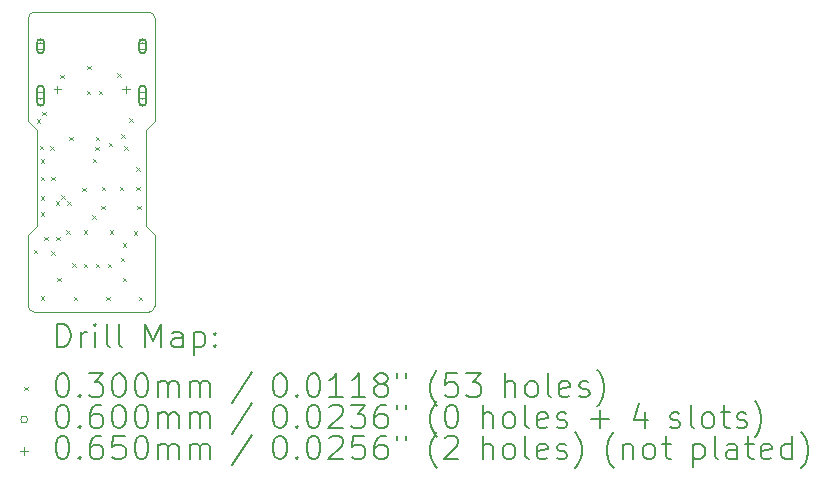
<source format=gbr>
%TF.GenerationSoftware,KiCad,Pcbnew,(7.0.0)*%
%TF.CreationDate,2023-06-07T22:19:07+08:00*%
%TF.ProjectId,USB2UART,55534232-5541-4525-942e-6b696361645f,rev?*%
%TF.SameCoordinates,Original*%
%TF.FileFunction,Drillmap*%
%TF.FilePolarity,Positive*%
%FSLAX45Y45*%
G04 Gerber Fmt 4.5, Leading zero omitted, Abs format (unit mm)*
G04 Created by KiCad (PCBNEW (7.0.0)) date 2023-06-07 22:19:07*
%MOMM*%
%LPD*%
G01*
G04 APERTURE LIST*
%ADD10C,0.100000*%
%ADD11C,0.200000*%
%ADD12C,0.030000*%
%ADD13C,0.060000*%
%ADD14C,0.065000*%
G04 APERTURE END LIST*
D10*
X13855000Y-7270000D02*
G75*
G03*
X13805000Y-7320000I0J-50000D01*
G01*
X14825000Y-9810000D02*
G75*
G03*
X14875000Y-9760000I0J50000D01*
G01*
X13880000Y-8267500D02*
X13880000Y-9080000D01*
X13805000Y-9760000D02*
G75*
G03*
X13855000Y-9810000I50000J0D01*
G01*
X13805000Y-8192500D02*
X13880000Y-8267500D01*
X13805000Y-9155000D02*
X13805000Y-9760000D01*
X14875000Y-7320000D02*
G75*
G03*
X14825000Y-7270000I-50000J0D01*
G01*
X14875000Y-9155000D02*
X14800000Y-9080000D01*
X14875000Y-9155000D02*
X14875000Y-9760000D01*
X13880000Y-9080000D02*
X13805000Y-9155000D01*
X14875000Y-7320000D02*
X14875000Y-8195000D01*
X14875000Y-8195000D02*
X14800000Y-8270000D01*
X13805000Y-7320000D02*
X13805000Y-8192500D01*
X14800000Y-8270000D02*
X14800000Y-9080000D01*
X13855000Y-9810000D02*
X14825000Y-9810000D01*
X13855000Y-7270000D02*
X14825000Y-7270000D01*
D11*
D12*
X13850000Y-9280000D02*
X13880000Y-9310000D01*
X13880000Y-9280000D02*
X13850000Y-9310000D01*
X13875000Y-8175000D02*
X13905000Y-8205000D01*
X13905000Y-8175000D02*
X13875000Y-8205000D01*
X13900000Y-8400000D02*
X13930000Y-8430000D01*
X13930000Y-8400000D02*
X13900000Y-8430000D01*
X13910000Y-8515000D02*
X13940000Y-8545000D01*
X13940000Y-8515000D02*
X13910000Y-8545000D01*
X13910000Y-8665000D02*
X13940000Y-8695000D01*
X13940000Y-8665000D02*
X13910000Y-8695000D01*
X13910000Y-8830000D02*
X13940000Y-8860000D01*
X13940000Y-8830000D02*
X13910000Y-8860000D01*
X13910000Y-8965000D02*
X13940000Y-8995000D01*
X13940000Y-8965000D02*
X13910000Y-8995000D01*
X13910000Y-9675000D02*
X13940000Y-9705000D01*
X13940000Y-9675000D02*
X13910000Y-9705000D01*
X13920000Y-8115000D02*
X13950000Y-8145000D01*
X13950000Y-8115000D02*
X13920000Y-8145000D01*
X13940000Y-9170000D02*
X13970000Y-9200000D01*
X13970000Y-9170000D02*
X13940000Y-9200000D01*
X13990000Y-8405000D02*
X14020000Y-8435000D01*
X14020000Y-8405000D02*
X13990000Y-8435000D01*
X14000000Y-8665000D02*
X14030000Y-8695000D01*
X14030000Y-8665000D02*
X14000000Y-8695000D01*
X14000000Y-9295000D02*
X14030000Y-9325000D01*
X14030000Y-9295000D02*
X14000000Y-9325000D01*
X14035000Y-8871795D02*
X14065000Y-8901795D01*
X14065000Y-8871795D02*
X14035000Y-8901795D01*
X14040000Y-9170000D02*
X14070000Y-9200000D01*
X14070000Y-9170000D02*
X14040000Y-9200000D01*
X14050000Y-9520000D02*
X14080000Y-9550000D01*
X14080000Y-9520000D02*
X14050000Y-9550000D01*
X14075000Y-7800000D02*
X14105000Y-7830000D01*
X14105000Y-7800000D02*
X14075000Y-7830000D01*
X14085000Y-8820000D02*
X14115000Y-8850000D01*
X14115000Y-8820000D02*
X14085000Y-8850000D01*
X14125000Y-9115000D02*
X14155000Y-9145000D01*
X14155000Y-9115000D02*
X14125000Y-9145000D01*
X14135000Y-8871795D02*
X14165000Y-8901795D01*
X14165000Y-8871795D02*
X14135000Y-8901795D01*
X14150000Y-8325000D02*
X14180000Y-8355000D01*
X14180000Y-8325000D02*
X14150000Y-8355000D01*
X14175000Y-9395000D02*
X14205000Y-9425000D01*
X14205000Y-9395000D02*
X14175000Y-9425000D01*
X14190000Y-9680000D02*
X14220000Y-9710000D01*
X14220000Y-9680000D02*
X14190000Y-9710000D01*
X14260000Y-8755000D02*
X14290000Y-8785000D01*
X14290000Y-8755000D02*
X14260000Y-8785000D01*
X14275000Y-9115000D02*
X14305000Y-9145000D01*
X14305000Y-9115000D02*
X14275000Y-9145000D01*
X14275000Y-9400000D02*
X14305000Y-9430000D01*
X14305000Y-9400000D02*
X14275000Y-9430000D01*
X14300000Y-7935000D02*
X14330000Y-7965000D01*
X14330000Y-7935000D02*
X14300000Y-7965000D01*
X14305000Y-7725000D02*
X14335000Y-7755000D01*
X14335000Y-7725000D02*
X14305000Y-7755000D01*
X14345000Y-8990000D02*
X14375000Y-9020000D01*
X14375000Y-8990000D02*
X14345000Y-9020000D01*
X14350000Y-8510000D02*
X14380000Y-8540000D01*
X14380000Y-8510000D02*
X14350000Y-8540000D01*
X14370000Y-8410000D02*
X14400000Y-8440000D01*
X14400000Y-8410000D02*
X14370000Y-8440000D01*
X14375000Y-8325000D02*
X14405000Y-8355000D01*
X14405000Y-8325000D02*
X14375000Y-8355000D01*
X14375000Y-9400000D02*
X14405000Y-9430000D01*
X14405000Y-9400000D02*
X14375000Y-9430000D01*
X14400000Y-7935000D02*
X14430000Y-7965000D01*
X14430000Y-7935000D02*
X14400000Y-7965000D01*
X14420000Y-8910000D02*
X14450000Y-8940000D01*
X14450000Y-8910000D02*
X14420000Y-8940000D01*
X14425000Y-8750000D02*
X14455000Y-8780000D01*
X14455000Y-8750000D02*
X14425000Y-8780000D01*
X14465000Y-9680000D02*
X14495000Y-9710000D01*
X14495000Y-9680000D02*
X14465000Y-9710000D01*
X14475000Y-9400000D02*
X14505000Y-9430000D01*
X14505000Y-9400000D02*
X14475000Y-9430000D01*
X14485000Y-8375000D02*
X14515000Y-8405000D01*
X14515000Y-8375000D02*
X14485000Y-8405000D01*
X14495000Y-9115000D02*
X14525000Y-9145000D01*
X14525000Y-9115000D02*
X14495000Y-9145000D01*
X14555000Y-7785000D02*
X14585000Y-7815000D01*
X14585000Y-7785000D02*
X14555000Y-7815000D01*
X14580000Y-8750000D02*
X14610000Y-8780000D01*
X14610000Y-8750000D02*
X14580000Y-8780000D01*
X14585000Y-9350000D02*
X14615000Y-9380000D01*
X14615000Y-9350000D02*
X14585000Y-9380000D01*
X14590000Y-8305000D02*
X14620000Y-8335000D01*
X14620000Y-8305000D02*
X14590000Y-8335000D01*
X14605000Y-9225000D02*
X14635000Y-9255000D01*
X14635000Y-9225000D02*
X14605000Y-9255000D01*
X14605000Y-9520000D02*
X14635000Y-9550000D01*
X14635000Y-9520000D02*
X14605000Y-9550000D01*
X14615000Y-8405000D02*
X14645000Y-8435000D01*
X14645000Y-8405000D02*
X14615000Y-8435000D01*
X14660000Y-8170000D02*
X14690000Y-8200000D01*
X14690000Y-8170000D02*
X14660000Y-8200000D01*
X14695000Y-9125000D02*
X14725000Y-9155000D01*
X14725000Y-9125000D02*
X14695000Y-9155000D01*
X14720000Y-8585000D02*
X14750000Y-8615000D01*
X14750000Y-8585000D02*
X14720000Y-8615000D01*
X14720000Y-8750000D02*
X14750000Y-8780000D01*
X14750000Y-8750000D02*
X14720000Y-8780000D01*
X14725000Y-8910000D02*
X14755000Y-8940000D01*
X14755000Y-8910000D02*
X14725000Y-8940000D01*
X14740000Y-9680000D02*
X14770000Y-9710000D01*
X14770000Y-9680000D02*
X14740000Y-9710000D01*
D13*
X13938000Y-7559000D02*
G75*
G03*
X13938000Y-7559000I-30000J0D01*
G01*
D11*
X13938000Y-7589000D02*
X13938000Y-7529000D01*
X13938000Y-7529000D02*
G75*
G03*
X13878000Y-7529000I-30000J0D01*
G01*
X13878000Y-7529000D02*
X13878000Y-7589000D01*
X13878000Y-7589000D02*
G75*
G03*
X13938000Y-7589000I30000J0D01*
G01*
D13*
X13938000Y-7977000D02*
G75*
G03*
X13938000Y-7977000I-30000J0D01*
G01*
D11*
X13938000Y-8032000D02*
X13938000Y-7922000D01*
X13938000Y-7922000D02*
G75*
G03*
X13878000Y-7922000I-30000J0D01*
G01*
X13878000Y-7922000D02*
X13878000Y-8032000D01*
X13878000Y-8032000D02*
G75*
G03*
X13938000Y-8032000I30000J0D01*
G01*
D13*
X14802000Y-7559000D02*
G75*
G03*
X14802000Y-7559000I-30000J0D01*
G01*
D11*
X14802000Y-7589000D02*
X14802000Y-7529000D01*
X14802000Y-7529000D02*
G75*
G03*
X14742000Y-7529000I-30000J0D01*
G01*
X14742000Y-7529000D02*
X14742000Y-7589000D01*
X14742000Y-7589000D02*
G75*
G03*
X14802000Y-7589000I30000J0D01*
G01*
D13*
X14802000Y-7977000D02*
G75*
G03*
X14802000Y-7977000I-30000J0D01*
G01*
D11*
X14802000Y-8032000D02*
X14802000Y-7922000D01*
X14802000Y-7922000D02*
G75*
G03*
X14742000Y-7922000I-30000J0D01*
G01*
X14742000Y-7922000D02*
X14742000Y-8032000D01*
X14742000Y-8032000D02*
G75*
G03*
X14802000Y-8032000I30000J0D01*
G01*
D14*
X14051000Y-7891500D02*
X14051000Y-7956500D01*
X14018500Y-7924000D02*
X14083500Y-7924000D01*
X14629000Y-7891500D02*
X14629000Y-7956500D01*
X14596500Y-7924000D02*
X14661500Y-7924000D01*
D11*
X14047619Y-10108476D02*
X14047619Y-9908476D01*
X14047619Y-9908476D02*
X14095238Y-9908476D01*
X14095238Y-9908476D02*
X14123809Y-9918000D01*
X14123809Y-9918000D02*
X14142857Y-9937048D01*
X14142857Y-9937048D02*
X14152381Y-9956095D01*
X14152381Y-9956095D02*
X14161905Y-9994190D01*
X14161905Y-9994190D02*
X14161905Y-10022762D01*
X14161905Y-10022762D02*
X14152381Y-10060857D01*
X14152381Y-10060857D02*
X14142857Y-10079905D01*
X14142857Y-10079905D02*
X14123809Y-10098952D01*
X14123809Y-10098952D02*
X14095238Y-10108476D01*
X14095238Y-10108476D02*
X14047619Y-10108476D01*
X14247619Y-10108476D02*
X14247619Y-9975143D01*
X14247619Y-10013238D02*
X14257143Y-9994190D01*
X14257143Y-9994190D02*
X14266667Y-9984667D01*
X14266667Y-9984667D02*
X14285714Y-9975143D01*
X14285714Y-9975143D02*
X14304762Y-9975143D01*
X14371428Y-10108476D02*
X14371428Y-9975143D01*
X14371428Y-9908476D02*
X14361905Y-9918000D01*
X14361905Y-9918000D02*
X14371428Y-9927524D01*
X14371428Y-9927524D02*
X14380952Y-9918000D01*
X14380952Y-9918000D02*
X14371428Y-9908476D01*
X14371428Y-9908476D02*
X14371428Y-9927524D01*
X14495238Y-10108476D02*
X14476190Y-10098952D01*
X14476190Y-10098952D02*
X14466667Y-10079905D01*
X14466667Y-10079905D02*
X14466667Y-9908476D01*
X14600000Y-10108476D02*
X14580952Y-10098952D01*
X14580952Y-10098952D02*
X14571428Y-10079905D01*
X14571428Y-10079905D02*
X14571428Y-9908476D01*
X14796190Y-10108476D02*
X14796190Y-9908476D01*
X14796190Y-9908476D02*
X14862857Y-10051333D01*
X14862857Y-10051333D02*
X14929524Y-9908476D01*
X14929524Y-9908476D02*
X14929524Y-10108476D01*
X15110476Y-10108476D02*
X15110476Y-10003714D01*
X15110476Y-10003714D02*
X15100952Y-9984667D01*
X15100952Y-9984667D02*
X15081905Y-9975143D01*
X15081905Y-9975143D02*
X15043809Y-9975143D01*
X15043809Y-9975143D02*
X15024762Y-9984667D01*
X15110476Y-10098952D02*
X15091428Y-10108476D01*
X15091428Y-10108476D02*
X15043809Y-10108476D01*
X15043809Y-10108476D02*
X15024762Y-10098952D01*
X15024762Y-10098952D02*
X15015238Y-10079905D01*
X15015238Y-10079905D02*
X15015238Y-10060857D01*
X15015238Y-10060857D02*
X15024762Y-10041810D01*
X15024762Y-10041810D02*
X15043809Y-10032286D01*
X15043809Y-10032286D02*
X15091428Y-10032286D01*
X15091428Y-10032286D02*
X15110476Y-10022762D01*
X15205714Y-9975143D02*
X15205714Y-10175143D01*
X15205714Y-9984667D02*
X15224762Y-9975143D01*
X15224762Y-9975143D02*
X15262857Y-9975143D01*
X15262857Y-9975143D02*
X15281905Y-9984667D01*
X15281905Y-9984667D02*
X15291428Y-9994190D01*
X15291428Y-9994190D02*
X15300952Y-10013238D01*
X15300952Y-10013238D02*
X15300952Y-10070381D01*
X15300952Y-10070381D02*
X15291428Y-10089429D01*
X15291428Y-10089429D02*
X15281905Y-10098952D01*
X15281905Y-10098952D02*
X15262857Y-10108476D01*
X15262857Y-10108476D02*
X15224762Y-10108476D01*
X15224762Y-10108476D02*
X15205714Y-10098952D01*
X15386667Y-10089429D02*
X15396190Y-10098952D01*
X15396190Y-10098952D02*
X15386667Y-10108476D01*
X15386667Y-10108476D02*
X15377143Y-10098952D01*
X15377143Y-10098952D02*
X15386667Y-10089429D01*
X15386667Y-10089429D02*
X15386667Y-10108476D01*
X15386667Y-9984667D02*
X15396190Y-9994190D01*
X15396190Y-9994190D02*
X15386667Y-10003714D01*
X15386667Y-10003714D02*
X15377143Y-9994190D01*
X15377143Y-9994190D02*
X15386667Y-9984667D01*
X15386667Y-9984667D02*
X15386667Y-10003714D01*
D12*
X13770000Y-10440000D02*
X13800000Y-10470000D01*
X13800000Y-10440000D02*
X13770000Y-10470000D01*
D11*
X14085714Y-10328476D02*
X14104762Y-10328476D01*
X14104762Y-10328476D02*
X14123809Y-10338000D01*
X14123809Y-10338000D02*
X14133333Y-10347524D01*
X14133333Y-10347524D02*
X14142857Y-10366571D01*
X14142857Y-10366571D02*
X14152381Y-10404667D01*
X14152381Y-10404667D02*
X14152381Y-10452286D01*
X14152381Y-10452286D02*
X14142857Y-10490381D01*
X14142857Y-10490381D02*
X14133333Y-10509429D01*
X14133333Y-10509429D02*
X14123809Y-10518952D01*
X14123809Y-10518952D02*
X14104762Y-10528476D01*
X14104762Y-10528476D02*
X14085714Y-10528476D01*
X14085714Y-10528476D02*
X14066667Y-10518952D01*
X14066667Y-10518952D02*
X14057143Y-10509429D01*
X14057143Y-10509429D02*
X14047619Y-10490381D01*
X14047619Y-10490381D02*
X14038095Y-10452286D01*
X14038095Y-10452286D02*
X14038095Y-10404667D01*
X14038095Y-10404667D02*
X14047619Y-10366571D01*
X14047619Y-10366571D02*
X14057143Y-10347524D01*
X14057143Y-10347524D02*
X14066667Y-10338000D01*
X14066667Y-10338000D02*
X14085714Y-10328476D01*
X14238095Y-10509429D02*
X14247619Y-10518952D01*
X14247619Y-10518952D02*
X14238095Y-10528476D01*
X14238095Y-10528476D02*
X14228571Y-10518952D01*
X14228571Y-10518952D02*
X14238095Y-10509429D01*
X14238095Y-10509429D02*
X14238095Y-10528476D01*
X14314286Y-10328476D02*
X14438095Y-10328476D01*
X14438095Y-10328476D02*
X14371428Y-10404667D01*
X14371428Y-10404667D02*
X14400000Y-10404667D01*
X14400000Y-10404667D02*
X14419048Y-10414190D01*
X14419048Y-10414190D02*
X14428571Y-10423714D01*
X14428571Y-10423714D02*
X14438095Y-10442762D01*
X14438095Y-10442762D02*
X14438095Y-10490381D01*
X14438095Y-10490381D02*
X14428571Y-10509429D01*
X14428571Y-10509429D02*
X14419048Y-10518952D01*
X14419048Y-10518952D02*
X14400000Y-10528476D01*
X14400000Y-10528476D02*
X14342857Y-10528476D01*
X14342857Y-10528476D02*
X14323809Y-10518952D01*
X14323809Y-10518952D02*
X14314286Y-10509429D01*
X14561905Y-10328476D02*
X14580952Y-10328476D01*
X14580952Y-10328476D02*
X14600000Y-10338000D01*
X14600000Y-10338000D02*
X14609524Y-10347524D01*
X14609524Y-10347524D02*
X14619048Y-10366571D01*
X14619048Y-10366571D02*
X14628571Y-10404667D01*
X14628571Y-10404667D02*
X14628571Y-10452286D01*
X14628571Y-10452286D02*
X14619048Y-10490381D01*
X14619048Y-10490381D02*
X14609524Y-10509429D01*
X14609524Y-10509429D02*
X14600000Y-10518952D01*
X14600000Y-10518952D02*
X14580952Y-10528476D01*
X14580952Y-10528476D02*
X14561905Y-10528476D01*
X14561905Y-10528476D02*
X14542857Y-10518952D01*
X14542857Y-10518952D02*
X14533333Y-10509429D01*
X14533333Y-10509429D02*
X14523809Y-10490381D01*
X14523809Y-10490381D02*
X14514286Y-10452286D01*
X14514286Y-10452286D02*
X14514286Y-10404667D01*
X14514286Y-10404667D02*
X14523809Y-10366571D01*
X14523809Y-10366571D02*
X14533333Y-10347524D01*
X14533333Y-10347524D02*
X14542857Y-10338000D01*
X14542857Y-10338000D02*
X14561905Y-10328476D01*
X14752381Y-10328476D02*
X14771429Y-10328476D01*
X14771429Y-10328476D02*
X14790476Y-10338000D01*
X14790476Y-10338000D02*
X14800000Y-10347524D01*
X14800000Y-10347524D02*
X14809524Y-10366571D01*
X14809524Y-10366571D02*
X14819048Y-10404667D01*
X14819048Y-10404667D02*
X14819048Y-10452286D01*
X14819048Y-10452286D02*
X14809524Y-10490381D01*
X14809524Y-10490381D02*
X14800000Y-10509429D01*
X14800000Y-10509429D02*
X14790476Y-10518952D01*
X14790476Y-10518952D02*
X14771429Y-10528476D01*
X14771429Y-10528476D02*
X14752381Y-10528476D01*
X14752381Y-10528476D02*
X14733333Y-10518952D01*
X14733333Y-10518952D02*
X14723809Y-10509429D01*
X14723809Y-10509429D02*
X14714286Y-10490381D01*
X14714286Y-10490381D02*
X14704762Y-10452286D01*
X14704762Y-10452286D02*
X14704762Y-10404667D01*
X14704762Y-10404667D02*
X14714286Y-10366571D01*
X14714286Y-10366571D02*
X14723809Y-10347524D01*
X14723809Y-10347524D02*
X14733333Y-10338000D01*
X14733333Y-10338000D02*
X14752381Y-10328476D01*
X14904762Y-10528476D02*
X14904762Y-10395143D01*
X14904762Y-10414190D02*
X14914286Y-10404667D01*
X14914286Y-10404667D02*
X14933333Y-10395143D01*
X14933333Y-10395143D02*
X14961905Y-10395143D01*
X14961905Y-10395143D02*
X14980952Y-10404667D01*
X14980952Y-10404667D02*
X14990476Y-10423714D01*
X14990476Y-10423714D02*
X14990476Y-10528476D01*
X14990476Y-10423714D02*
X15000000Y-10404667D01*
X15000000Y-10404667D02*
X15019048Y-10395143D01*
X15019048Y-10395143D02*
X15047619Y-10395143D01*
X15047619Y-10395143D02*
X15066667Y-10404667D01*
X15066667Y-10404667D02*
X15076190Y-10423714D01*
X15076190Y-10423714D02*
X15076190Y-10528476D01*
X15171429Y-10528476D02*
X15171429Y-10395143D01*
X15171429Y-10414190D02*
X15180952Y-10404667D01*
X15180952Y-10404667D02*
X15200000Y-10395143D01*
X15200000Y-10395143D02*
X15228571Y-10395143D01*
X15228571Y-10395143D02*
X15247619Y-10404667D01*
X15247619Y-10404667D02*
X15257143Y-10423714D01*
X15257143Y-10423714D02*
X15257143Y-10528476D01*
X15257143Y-10423714D02*
X15266667Y-10404667D01*
X15266667Y-10404667D02*
X15285714Y-10395143D01*
X15285714Y-10395143D02*
X15314286Y-10395143D01*
X15314286Y-10395143D02*
X15333333Y-10404667D01*
X15333333Y-10404667D02*
X15342857Y-10423714D01*
X15342857Y-10423714D02*
X15342857Y-10528476D01*
X15700952Y-10318952D02*
X15529524Y-10576095D01*
X15925714Y-10328476D02*
X15944762Y-10328476D01*
X15944762Y-10328476D02*
X15963810Y-10338000D01*
X15963810Y-10338000D02*
X15973333Y-10347524D01*
X15973333Y-10347524D02*
X15982857Y-10366571D01*
X15982857Y-10366571D02*
X15992381Y-10404667D01*
X15992381Y-10404667D02*
X15992381Y-10452286D01*
X15992381Y-10452286D02*
X15982857Y-10490381D01*
X15982857Y-10490381D02*
X15973333Y-10509429D01*
X15973333Y-10509429D02*
X15963810Y-10518952D01*
X15963810Y-10518952D02*
X15944762Y-10528476D01*
X15944762Y-10528476D02*
X15925714Y-10528476D01*
X15925714Y-10528476D02*
X15906667Y-10518952D01*
X15906667Y-10518952D02*
X15897143Y-10509429D01*
X15897143Y-10509429D02*
X15887619Y-10490381D01*
X15887619Y-10490381D02*
X15878095Y-10452286D01*
X15878095Y-10452286D02*
X15878095Y-10404667D01*
X15878095Y-10404667D02*
X15887619Y-10366571D01*
X15887619Y-10366571D02*
X15897143Y-10347524D01*
X15897143Y-10347524D02*
X15906667Y-10338000D01*
X15906667Y-10338000D02*
X15925714Y-10328476D01*
X16078095Y-10509429D02*
X16087619Y-10518952D01*
X16087619Y-10518952D02*
X16078095Y-10528476D01*
X16078095Y-10528476D02*
X16068571Y-10518952D01*
X16068571Y-10518952D02*
X16078095Y-10509429D01*
X16078095Y-10509429D02*
X16078095Y-10528476D01*
X16211429Y-10328476D02*
X16230476Y-10328476D01*
X16230476Y-10328476D02*
X16249524Y-10338000D01*
X16249524Y-10338000D02*
X16259048Y-10347524D01*
X16259048Y-10347524D02*
X16268571Y-10366571D01*
X16268571Y-10366571D02*
X16278095Y-10404667D01*
X16278095Y-10404667D02*
X16278095Y-10452286D01*
X16278095Y-10452286D02*
X16268571Y-10490381D01*
X16268571Y-10490381D02*
X16259048Y-10509429D01*
X16259048Y-10509429D02*
X16249524Y-10518952D01*
X16249524Y-10518952D02*
X16230476Y-10528476D01*
X16230476Y-10528476D02*
X16211429Y-10528476D01*
X16211429Y-10528476D02*
X16192381Y-10518952D01*
X16192381Y-10518952D02*
X16182857Y-10509429D01*
X16182857Y-10509429D02*
X16173333Y-10490381D01*
X16173333Y-10490381D02*
X16163810Y-10452286D01*
X16163810Y-10452286D02*
X16163810Y-10404667D01*
X16163810Y-10404667D02*
X16173333Y-10366571D01*
X16173333Y-10366571D02*
X16182857Y-10347524D01*
X16182857Y-10347524D02*
X16192381Y-10338000D01*
X16192381Y-10338000D02*
X16211429Y-10328476D01*
X16468571Y-10528476D02*
X16354286Y-10528476D01*
X16411429Y-10528476D02*
X16411429Y-10328476D01*
X16411429Y-10328476D02*
X16392381Y-10357048D01*
X16392381Y-10357048D02*
X16373333Y-10376095D01*
X16373333Y-10376095D02*
X16354286Y-10385619D01*
X16659048Y-10528476D02*
X16544762Y-10528476D01*
X16601905Y-10528476D02*
X16601905Y-10328476D01*
X16601905Y-10328476D02*
X16582857Y-10357048D01*
X16582857Y-10357048D02*
X16563810Y-10376095D01*
X16563810Y-10376095D02*
X16544762Y-10385619D01*
X16773333Y-10414190D02*
X16754286Y-10404667D01*
X16754286Y-10404667D02*
X16744762Y-10395143D01*
X16744762Y-10395143D02*
X16735238Y-10376095D01*
X16735238Y-10376095D02*
X16735238Y-10366571D01*
X16735238Y-10366571D02*
X16744762Y-10347524D01*
X16744762Y-10347524D02*
X16754286Y-10338000D01*
X16754286Y-10338000D02*
X16773333Y-10328476D01*
X16773333Y-10328476D02*
X16811429Y-10328476D01*
X16811429Y-10328476D02*
X16830476Y-10338000D01*
X16830476Y-10338000D02*
X16840000Y-10347524D01*
X16840000Y-10347524D02*
X16849524Y-10366571D01*
X16849524Y-10366571D02*
X16849524Y-10376095D01*
X16849524Y-10376095D02*
X16840000Y-10395143D01*
X16840000Y-10395143D02*
X16830476Y-10404667D01*
X16830476Y-10404667D02*
X16811429Y-10414190D01*
X16811429Y-10414190D02*
X16773333Y-10414190D01*
X16773333Y-10414190D02*
X16754286Y-10423714D01*
X16754286Y-10423714D02*
X16744762Y-10433238D01*
X16744762Y-10433238D02*
X16735238Y-10452286D01*
X16735238Y-10452286D02*
X16735238Y-10490381D01*
X16735238Y-10490381D02*
X16744762Y-10509429D01*
X16744762Y-10509429D02*
X16754286Y-10518952D01*
X16754286Y-10518952D02*
X16773333Y-10528476D01*
X16773333Y-10528476D02*
X16811429Y-10528476D01*
X16811429Y-10528476D02*
X16830476Y-10518952D01*
X16830476Y-10518952D02*
X16840000Y-10509429D01*
X16840000Y-10509429D02*
X16849524Y-10490381D01*
X16849524Y-10490381D02*
X16849524Y-10452286D01*
X16849524Y-10452286D02*
X16840000Y-10433238D01*
X16840000Y-10433238D02*
X16830476Y-10423714D01*
X16830476Y-10423714D02*
X16811429Y-10414190D01*
X16925714Y-10328476D02*
X16925714Y-10366571D01*
X17001905Y-10328476D02*
X17001905Y-10366571D01*
X17264762Y-10604667D02*
X17255238Y-10595143D01*
X17255238Y-10595143D02*
X17236191Y-10566571D01*
X17236191Y-10566571D02*
X17226667Y-10547524D01*
X17226667Y-10547524D02*
X17217143Y-10518952D01*
X17217143Y-10518952D02*
X17207619Y-10471333D01*
X17207619Y-10471333D02*
X17207619Y-10433238D01*
X17207619Y-10433238D02*
X17217143Y-10385619D01*
X17217143Y-10385619D02*
X17226667Y-10357048D01*
X17226667Y-10357048D02*
X17236191Y-10338000D01*
X17236191Y-10338000D02*
X17255238Y-10309429D01*
X17255238Y-10309429D02*
X17264762Y-10299905D01*
X17436191Y-10328476D02*
X17340953Y-10328476D01*
X17340953Y-10328476D02*
X17331429Y-10423714D01*
X17331429Y-10423714D02*
X17340953Y-10414190D01*
X17340953Y-10414190D02*
X17360000Y-10404667D01*
X17360000Y-10404667D02*
X17407619Y-10404667D01*
X17407619Y-10404667D02*
X17426667Y-10414190D01*
X17426667Y-10414190D02*
X17436191Y-10423714D01*
X17436191Y-10423714D02*
X17445714Y-10442762D01*
X17445714Y-10442762D02*
X17445714Y-10490381D01*
X17445714Y-10490381D02*
X17436191Y-10509429D01*
X17436191Y-10509429D02*
X17426667Y-10518952D01*
X17426667Y-10518952D02*
X17407619Y-10528476D01*
X17407619Y-10528476D02*
X17360000Y-10528476D01*
X17360000Y-10528476D02*
X17340953Y-10518952D01*
X17340953Y-10518952D02*
X17331429Y-10509429D01*
X17512381Y-10328476D02*
X17636191Y-10328476D01*
X17636191Y-10328476D02*
X17569524Y-10404667D01*
X17569524Y-10404667D02*
X17598095Y-10404667D01*
X17598095Y-10404667D02*
X17617143Y-10414190D01*
X17617143Y-10414190D02*
X17626667Y-10423714D01*
X17626667Y-10423714D02*
X17636191Y-10442762D01*
X17636191Y-10442762D02*
X17636191Y-10490381D01*
X17636191Y-10490381D02*
X17626667Y-10509429D01*
X17626667Y-10509429D02*
X17617143Y-10518952D01*
X17617143Y-10518952D02*
X17598095Y-10528476D01*
X17598095Y-10528476D02*
X17540953Y-10528476D01*
X17540953Y-10528476D02*
X17521905Y-10518952D01*
X17521905Y-10518952D02*
X17512381Y-10509429D01*
X17841905Y-10528476D02*
X17841905Y-10328476D01*
X17927619Y-10528476D02*
X17927619Y-10423714D01*
X17927619Y-10423714D02*
X17918095Y-10404667D01*
X17918095Y-10404667D02*
X17899048Y-10395143D01*
X17899048Y-10395143D02*
X17870476Y-10395143D01*
X17870476Y-10395143D02*
X17851429Y-10404667D01*
X17851429Y-10404667D02*
X17841905Y-10414190D01*
X18051429Y-10528476D02*
X18032381Y-10518952D01*
X18032381Y-10518952D02*
X18022857Y-10509429D01*
X18022857Y-10509429D02*
X18013334Y-10490381D01*
X18013334Y-10490381D02*
X18013334Y-10433238D01*
X18013334Y-10433238D02*
X18022857Y-10414190D01*
X18022857Y-10414190D02*
X18032381Y-10404667D01*
X18032381Y-10404667D02*
X18051429Y-10395143D01*
X18051429Y-10395143D02*
X18080000Y-10395143D01*
X18080000Y-10395143D02*
X18099048Y-10404667D01*
X18099048Y-10404667D02*
X18108572Y-10414190D01*
X18108572Y-10414190D02*
X18118095Y-10433238D01*
X18118095Y-10433238D02*
X18118095Y-10490381D01*
X18118095Y-10490381D02*
X18108572Y-10509429D01*
X18108572Y-10509429D02*
X18099048Y-10518952D01*
X18099048Y-10518952D02*
X18080000Y-10528476D01*
X18080000Y-10528476D02*
X18051429Y-10528476D01*
X18232381Y-10528476D02*
X18213334Y-10518952D01*
X18213334Y-10518952D02*
X18203810Y-10499905D01*
X18203810Y-10499905D02*
X18203810Y-10328476D01*
X18384762Y-10518952D02*
X18365715Y-10528476D01*
X18365715Y-10528476D02*
X18327619Y-10528476D01*
X18327619Y-10528476D02*
X18308572Y-10518952D01*
X18308572Y-10518952D02*
X18299048Y-10499905D01*
X18299048Y-10499905D02*
X18299048Y-10423714D01*
X18299048Y-10423714D02*
X18308572Y-10404667D01*
X18308572Y-10404667D02*
X18327619Y-10395143D01*
X18327619Y-10395143D02*
X18365715Y-10395143D01*
X18365715Y-10395143D02*
X18384762Y-10404667D01*
X18384762Y-10404667D02*
X18394286Y-10423714D01*
X18394286Y-10423714D02*
X18394286Y-10442762D01*
X18394286Y-10442762D02*
X18299048Y-10461810D01*
X18470476Y-10518952D02*
X18489524Y-10528476D01*
X18489524Y-10528476D02*
X18527619Y-10528476D01*
X18527619Y-10528476D02*
X18546667Y-10518952D01*
X18546667Y-10518952D02*
X18556191Y-10499905D01*
X18556191Y-10499905D02*
X18556191Y-10490381D01*
X18556191Y-10490381D02*
X18546667Y-10471333D01*
X18546667Y-10471333D02*
X18527619Y-10461810D01*
X18527619Y-10461810D02*
X18499048Y-10461810D01*
X18499048Y-10461810D02*
X18480000Y-10452286D01*
X18480000Y-10452286D02*
X18470476Y-10433238D01*
X18470476Y-10433238D02*
X18470476Y-10423714D01*
X18470476Y-10423714D02*
X18480000Y-10404667D01*
X18480000Y-10404667D02*
X18499048Y-10395143D01*
X18499048Y-10395143D02*
X18527619Y-10395143D01*
X18527619Y-10395143D02*
X18546667Y-10404667D01*
X18622857Y-10604667D02*
X18632381Y-10595143D01*
X18632381Y-10595143D02*
X18651429Y-10566571D01*
X18651429Y-10566571D02*
X18660953Y-10547524D01*
X18660953Y-10547524D02*
X18670476Y-10518952D01*
X18670476Y-10518952D02*
X18680000Y-10471333D01*
X18680000Y-10471333D02*
X18680000Y-10433238D01*
X18680000Y-10433238D02*
X18670476Y-10385619D01*
X18670476Y-10385619D02*
X18660953Y-10357048D01*
X18660953Y-10357048D02*
X18651429Y-10338000D01*
X18651429Y-10338000D02*
X18632381Y-10309429D01*
X18632381Y-10309429D02*
X18622857Y-10299905D01*
D13*
X13800000Y-10719000D02*
G75*
G03*
X13800000Y-10719000I-30000J0D01*
G01*
D11*
X14085714Y-10592476D02*
X14104762Y-10592476D01*
X14104762Y-10592476D02*
X14123809Y-10602000D01*
X14123809Y-10602000D02*
X14133333Y-10611524D01*
X14133333Y-10611524D02*
X14142857Y-10630571D01*
X14142857Y-10630571D02*
X14152381Y-10668667D01*
X14152381Y-10668667D02*
X14152381Y-10716286D01*
X14152381Y-10716286D02*
X14142857Y-10754381D01*
X14142857Y-10754381D02*
X14133333Y-10773429D01*
X14133333Y-10773429D02*
X14123809Y-10782952D01*
X14123809Y-10782952D02*
X14104762Y-10792476D01*
X14104762Y-10792476D02*
X14085714Y-10792476D01*
X14085714Y-10792476D02*
X14066667Y-10782952D01*
X14066667Y-10782952D02*
X14057143Y-10773429D01*
X14057143Y-10773429D02*
X14047619Y-10754381D01*
X14047619Y-10754381D02*
X14038095Y-10716286D01*
X14038095Y-10716286D02*
X14038095Y-10668667D01*
X14038095Y-10668667D02*
X14047619Y-10630571D01*
X14047619Y-10630571D02*
X14057143Y-10611524D01*
X14057143Y-10611524D02*
X14066667Y-10602000D01*
X14066667Y-10602000D02*
X14085714Y-10592476D01*
X14238095Y-10773429D02*
X14247619Y-10782952D01*
X14247619Y-10782952D02*
X14238095Y-10792476D01*
X14238095Y-10792476D02*
X14228571Y-10782952D01*
X14228571Y-10782952D02*
X14238095Y-10773429D01*
X14238095Y-10773429D02*
X14238095Y-10792476D01*
X14419048Y-10592476D02*
X14380952Y-10592476D01*
X14380952Y-10592476D02*
X14361905Y-10602000D01*
X14361905Y-10602000D02*
X14352381Y-10611524D01*
X14352381Y-10611524D02*
X14333333Y-10640095D01*
X14333333Y-10640095D02*
X14323809Y-10678190D01*
X14323809Y-10678190D02*
X14323809Y-10754381D01*
X14323809Y-10754381D02*
X14333333Y-10773429D01*
X14333333Y-10773429D02*
X14342857Y-10782952D01*
X14342857Y-10782952D02*
X14361905Y-10792476D01*
X14361905Y-10792476D02*
X14400000Y-10792476D01*
X14400000Y-10792476D02*
X14419048Y-10782952D01*
X14419048Y-10782952D02*
X14428571Y-10773429D01*
X14428571Y-10773429D02*
X14438095Y-10754381D01*
X14438095Y-10754381D02*
X14438095Y-10706762D01*
X14438095Y-10706762D02*
X14428571Y-10687714D01*
X14428571Y-10687714D02*
X14419048Y-10678190D01*
X14419048Y-10678190D02*
X14400000Y-10668667D01*
X14400000Y-10668667D02*
X14361905Y-10668667D01*
X14361905Y-10668667D02*
X14342857Y-10678190D01*
X14342857Y-10678190D02*
X14333333Y-10687714D01*
X14333333Y-10687714D02*
X14323809Y-10706762D01*
X14561905Y-10592476D02*
X14580952Y-10592476D01*
X14580952Y-10592476D02*
X14600000Y-10602000D01*
X14600000Y-10602000D02*
X14609524Y-10611524D01*
X14609524Y-10611524D02*
X14619048Y-10630571D01*
X14619048Y-10630571D02*
X14628571Y-10668667D01*
X14628571Y-10668667D02*
X14628571Y-10716286D01*
X14628571Y-10716286D02*
X14619048Y-10754381D01*
X14619048Y-10754381D02*
X14609524Y-10773429D01*
X14609524Y-10773429D02*
X14600000Y-10782952D01*
X14600000Y-10782952D02*
X14580952Y-10792476D01*
X14580952Y-10792476D02*
X14561905Y-10792476D01*
X14561905Y-10792476D02*
X14542857Y-10782952D01*
X14542857Y-10782952D02*
X14533333Y-10773429D01*
X14533333Y-10773429D02*
X14523809Y-10754381D01*
X14523809Y-10754381D02*
X14514286Y-10716286D01*
X14514286Y-10716286D02*
X14514286Y-10668667D01*
X14514286Y-10668667D02*
X14523809Y-10630571D01*
X14523809Y-10630571D02*
X14533333Y-10611524D01*
X14533333Y-10611524D02*
X14542857Y-10602000D01*
X14542857Y-10602000D02*
X14561905Y-10592476D01*
X14752381Y-10592476D02*
X14771429Y-10592476D01*
X14771429Y-10592476D02*
X14790476Y-10602000D01*
X14790476Y-10602000D02*
X14800000Y-10611524D01*
X14800000Y-10611524D02*
X14809524Y-10630571D01*
X14809524Y-10630571D02*
X14819048Y-10668667D01*
X14819048Y-10668667D02*
X14819048Y-10716286D01*
X14819048Y-10716286D02*
X14809524Y-10754381D01*
X14809524Y-10754381D02*
X14800000Y-10773429D01*
X14800000Y-10773429D02*
X14790476Y-10782952D01*
X14790476Y-10782952D02*
X14771429Y-10792476D01*
X14771429Y-10792476D02*
X14752381Y-10792476D01*
X14752381Y-10792476D02*
X14733333Y-10782952D01*
X14733333Y-10782952D02*
X14723809Y-10773429D01*
X14723809Y-10773429D02*
X14714286Y-10754381D01*
X14714286Y-10754381D02*
X14704762Y-10716286D01*
X14704762Y-10716286D02*
X14704762Y-10668667D01*
X14704762Y-10668667D02*
X14714286Y-10630571D01*
X14714286Y-10630571D02*
X14723809Y-10611524D01*
X14723809Y-10611524D02*
X14733333Y-10602000D01*
X14733333Y-10602000D02*
X14752381Y-10592476D01*
X14904762Y-10792476D02*
X14904762Y-10659143D01*
X14904762Y-10678190D02*
X14914286Y-10668667D01*
X14914286Y-10668667D02*
X14933333Y-10659143D01*
X14933333Y-10659143D02*
X14961905Y-10659143D01*
X14961905Y-10659143D02*
X14980952Y-10668667D01*
X14980952Y-10668667D02*
X14990476Y-10687714D01*
X14990476Y-10687714D02*
X14990476Y-10792476D01*
X14990476Y-10687714D02*
X15000000Y-10668667D01*
X15000000Y-10668667D02*
X15019048Y-10659143D01*
X15019048Y-10659143D02*
X15047619Y-10659143D01*
X15047619Y-10659143D02*
X15066667Y-10668667D01*
X15066667Y-10668667D02*
X15076190Y-10687714D01*
X15076190Y-10687714D02*
X15076190Y-10792476D01*
X15171429Y-10792476D02*
X15171429Y-10659143D01*
X15171429Y-10678190D02*
X15180952Y-10668667D01*
X15180952Y-10668667D02*
X15200000Y-10659143D01*
X15200000Y-10659143D02*
X15228571Y-10659143D01*
X15228571Y-10659143D02*
X15247619Y-10668667D01*
X15247619Y-10668667D02*
X15257143Y-10687714D01*
X15257143Y-10687714D02*
X15257143Y-10792476D01*
X15257143Y-10687714D02*
X15266667Y-10668667D01*
X15266667Y-10668667D02*
X15285714Y-10659143D01*
X15285714Y-10659143D02*
X15314286Y-10659143D01*
X15314286Y-10659143D02*
X15333333Y-10668667D01*
X15333333Y-10668667D02*
X15342857Y-10687714D01*
X15342857Y-10687714D02*
X15342857Y-10792476D01*
X15700952Y-10582952D02*
X15529524Y-10840095D01*
X15925714Y-10592476D02*
X15944762Y-10592476D01*
X15944762Y-10592476D02*
X15963810Y-10602000D01*
X15963810Y-10602000D02*
X15973333Y-10611524D01*
X15973333Y-10611524D02*
X15982857Y-10630571D01*
X15982857Y-10630571D02*
X15992381Y-10668667D01*
X15992381Y-10668667D02*
X15992381Y-10716286D01*
X15992381Y-10716286D02*
X15982857Y-10754381D01*
X15982857Y-10754381D02*
X15973333Y-10773429D01*
X15973333Y-10773429D02*
X15963810Y-10782952D01*
X15963810Y-10782952D02*
X15944762Y-10792476D01*
X15944762Y-10792476D02*
X15925714Y-10792476D01*
X15925714Y-10792476D02*
X15906667Y-10782952D01*
X15906667Y-10782952D02*
X15897143Y-10773429D01*
X15897143Y-10773429D02*
X15887619Y-10754381D01*
X15887619Y-10754381D02*
X15878095Y-10716286D01*
X15878095Y-10716286D02*
X15878095Y-10668667D01*
X15878095Y-10668667D02*
X15887619Y-10630571D01*
X15887619Y-10630571D02*
X15897143Y-10611524D01*
X15897143Y-10611524D02*
X15906667Y-10602000D01*
X15906667Y-10602000D02*
X15925714Y-10592476D01*
X16078095Y-10773429D02*
X16087619Y-10782952D01*
X16087619Y-10782952D02*
X16078095Y-10792476D01*
X16078095Y-10792476D02*
X16068571Y-10782952D01*
X16068571Y-10782952D02*
X16078095Y-10773429D01*
X16078095Y-10773429D02*
X16078095Y-10792476D01*
X16211429Y-10592476D02*
X16230476Y-10592476D01*
X16230476Y-10592476D02*
X16249524Y-10602000D01*
X16249524Y-10602000D02*
X16259048Y-10611524D01*
X16259048Y-10611524D02*
X16268571Y-10630571D01*
X16268571Y-10630571D02*
X16278095Y-10668667D01*
X16278095Y-10668667D02*
X16278095Y-10716286D01*
X16278095Y-10716286D02*
X16268571Y-10754381D01*
X16268571Y-10754381D02*
X16259048Y-10773429D01*
X16259048Y-10773429D02*
X16249524Y-10782952D01*
X16249524Y-10782952D02*
X16230476Y-10792476D01*
X16230476Y-10792476D02*
X16211429Y-10792476D01*
X16211429Y-10792476D02*
X16192381Y-10782952D01*
X16192381Y-10782952D02*
X16182857Y-10773429D01*
X16182857Y-10773429D02*
X16173333Y-10754381D01*
X16173333Y-10754381D02*
X16163810Y-10716286D01*
X16163810Y-10716286D02*
X16163810Y-10668667D01*
X16163810Y-10668667D02*
X16173333Y-10630571D01*
X16173333Y-10630571D02*
X16182857Y-10611524D01*
X16182857Y-10611524D02*
X16192381Y-10602000D01*
X16192381Y-10602000D02*
X16211429Y-10592476D01*
X16354286Y-10611524D02*
X16363810Y-10602000D01*
X16363810Y-10602000D02*
X16382857Y-10592476D01*
X16382857Y-10592476D02*
X16430476Y-10592476D01*
X16430476Y-10592476D02*
X16449524Y-10602000D01*
X16449524Y-10602000D02*
X16459048Y-10611524D01*
X16459048Y-10611524D02*
X16468571Y-10630571D01*
X16468571Y-10630571D02*
X16468571Y-10649619D01*
X16468571Y-10649619D02*
X16459048Y-10678190D01*
X16459048Y-10678190D02*
X16344762Y-10792476D01*
X16344762Y-10792476D02*
X16468571Y-10792476D01*
X16535238Y-10592476D02*
X16659048Y-10592476D01*
X16659048Y-10592476D02*
X16592381Y-10668667D01*
X16592381Y-10668667D02*
X16620952Y-10668667D01*
X16620952Y-10668667D02*
X16640000Y-10678190D01*
X16640000Y-10678190D02*
X16649524Y-10687714D01*
X16649524Y-10687714D02*
X16659048Y-10706762D01*
X16659048Y-10706762D02*
X16659048Y-10754381D01*
X16659048Y-10754381D02*
X16649524Y-10773429D01*
X16649524Y-10773429D02*
X16640000Y-10782952D01*
X16640000Y-10782952D02*
X16620952Y-10792476D01*
X16620952Y-10792476D02*
X16563810Y-10792476D01*
X16563810Y-10792476D02*
X16544762Y-10782952D01*
X16544762Y-10782952D02*
X16535238Y-10773429D01*
X16830476Y-10592476D02*
X16792381Y-10592476D01*
X16792381Y-10592476D02*
X16773333Y-10602000D01*
X16773333Y-10602000D02*
X16763810Y-10611524D01*
X16763810Y-10611524D02*
X16744762Y-10640095D01*
X16744762Y-10640095D02*
X16735238Y-10678190D01*
X16735238Y-10678190D02*
X16735238Y-10754381D01*
X16735238Y-10754381D02*
X16744762Y-10773429D01*
X16744762Y-10773429D02*
X16754286Y-10782952D01*
X16754286Y-10782952D02*
X16773333Y-10792476D01*
X16773333Y-10792476D02*
X16811429Y-10792476D01*
X16811429Y-10792476D02*
X16830476Y-10782952D01*
X16830476Y-10782952D02*
X16840000Y-10773429D01*
X16840000Y-10773429D02*
X16849524Y-10754381D01*
X16849524Y-10754381D02*
X16849524Y-10706762D01*
X16849524Y-10706762D02*
X16840000Y-10687714D01*
X16840000Y-10687714D02*
X16830476Y-10678190D01*
X16830476Y-10678190D02*
X16811429Y-10668667D01*
X16811429Y-10668667D02*
X16773333Y-10668667D01*
X16773333Y-10668667D02*
X16754286Y-10678190D01*
X16754286Y-10678190D02*
X16744762Y-10687714D01*
X16744762Y-10687714D02*
X16735238Y-10706762D01*
X16925714Y-10592476D02*
X16925714Y-10630571D01*
X17001905Y-10592476D02*
X17001905Y-10630571D01*
X17264762Y-10868667D02*
X17255238Y-10859143D01*
X17255238Y-10859143D02*
X17236191Y-10830571D01*
X17236191Y-10830571D02*
X17226667Y-10811524D01*
X17226667Y-10811524D02*
X17217143Y-10782952D01*
X17217143Y-10782952D02*
X17207619Y-10735333D01*
X17207619Y-10735333D02*
X17207619Y-10697238D01*
X17207619Y-10697238D02*
X17217143Y-10649619D01*
X17217143Y-10649619D02*
X17226667Y-10621048D01*
X17226667Y-10621048D02*
X17236191Y-10602000D01*
X17236191Y-10602000D02*
X17255238Y-10573429D01*
X17255238Y-10573429D02*
X17264762Y-10563905D01*
X17379048Y-10592476D02*
X17398095Y-10592476D01*
X17398095Y-10592476D02*
X17417143Y-10602000D01*
X17417143Y-10602000D02*
X17426667Y-10611524D01*
X17426667Y-10611524D02*
X17436191Y-10630571D01*
X17436191Y-10630571D02*
X17445714Y-10668667D01*
X17445714Y-10668667D02*
X17445714Y-10716286D01*
X17445714Y-10716286D02*
X17436191Y-10754381D01*
X17436191Y-10754381D02*
X17426667Y-10773429D01*
X17426667Y-10773429D02*
X17417143Y-10782952D01*
X17417143Y-10782952D02*
X17398095Y-10792476D01*
X17398095Y-10792476D02*
X17379048Y-10792476D01*
X17379048Y-10792476D02*
X17360000Y-10782952D01*
X17360000Y-10782952D02*
X17350476Y-10773429D01*
X17350476Y-10773429D02*
X17340953Y-10754381D01*
X17340953Y-10754381D02*
X17331429Y-10716286D01*
X17331429Y-10716286D02*
X17331429Y-10668667D01*
X17331429Y-10668667D02*
X17340953Y-10630571D01*
X17340953Y-10630571D02*
X17350476Y-10611524D01*
X17350476Y-10611524D02*
X17360000Y-10602000D01*
X17360000Y-10602000D02*
X17379048Y-10592476D01*
X17651429Y-10792476D02*
X17651429Y-10592476D01*
X17737143Y-10792476D02*
X17737143Y-10687714D01*
X17737143Y-10687714D02*
X17727619Y-10668667D01*
X17727619Y-10668667D02*
X17708572Y-10659143D01*
X17708572Y-10659143D02*
X17680000Y-10659143D01*
X17680000Y-10659143D02*
X17660953Y-10668667D01*
X17660953Y-10668667D02*
X17651429Y-10678190D01*
X17860953Y-10792476D02*
X17841905Y-10782952D01*
X17841905Y-10782952D02*
X17832381Y-10773429D01*
X17832381Y-10773429D02*
X17822857Y-10754381D01*
X17822857Y-10754381D02*
X17822857Y-10697238D01*
X17822857Y-10697238D02*
X17832381Y-10678190D01*
X17832381Y-10678190D02*
X17841905Y-10668667D01*
X17841905Y-10668667D02*
X17860953Y-10659143D01*
X17860953Y-10659143D02*
X17889524Y-10659143D01*
X17889524Y-10659143D02*
X17908572Y-10668667D01*
X17908572Y-10668667D02*
X17918095Y-10678190D01*
X17918095Y-10678190D02*
X17927619Y-10697238D01*
X17927619Y-10697238D02*
X17927619Y-10754381D01*
X17927619Y-10754381D02*
X17918095Y-10773429D01*
X17918095Y-10773429D02*
X17908572Y-10782952D01*
X17908572Y-10782952D02*
X17889524Y-10792476D01*
X17889524Y-10792476D02*
X17860953Y-10792476D01*
X18041905Y-10792476D02*
X18022857Y-10782952D01*
X18022857Y-10782952D02*
X18013334Y-10763905D01*
X18013334Y-10763905D02*
X18013334Y-10592476D01*
X18194286Y-10782952D02*
X18175238Y-10792476D01*
X18175238Y-10792476D02*
X18137143Y-10792476D01*
X18137143Y-10792476D02*
X18118095Y-10782952D01*
X18118095Y-10782952D02*
X18108572Y-10763905D01*
X18108572Y-10763905D02*
X18108572Y-10687714D01*
X18108572Y-10687714D02*
X18118095Y-10668667D01*
X18118095Y-10668667D02*
X18137143Y-10659143D01*
X18137143Y-10659143D02*
X18175238Y-10659143D01*
X18175238Y-10659143D02*
X18194286Y-10668667D01*
X18194286Y-10668667D02*
X18203810Y-10687714D01*
X18203810Y-10687714D02*
X18203810Y-10706762D01*
X18203810Y-10706762D02*
X18108572Y-10725810D01*
X18280000Y-10782952D02*
X18299048Y-10792476D01*
X18299048Y-10792476D02*
X18337143Y-10792476D01*
X18337143Y-10792476D02*
X18356191Y-10782952D01*
X18356191Y-10782952D02*
X18365715Y-10763905D01*
X18365715Y-10763905D02*
X18365715Y-10754381D01*
X18365715Y-10754381D02*
X18356191Y-10735333D01*
X18356191Y-10735333D02*
X18337143Y-10725810D01*
X18337143Y-10725810D02*
X18308572Y-10725810D01*
X18308572Y-10725810D02*
X18289524Y-10716286D01*
X18289524Y-10716286D02*
X18280000Y-10697238D01*
X18280000Y-10697238D02*
X18280000Y-10687714D01*
X18280000Y-10687714D02*
X18289524Y-10668667D01*
X18289524Y-10668667D02*
X18308572Y-10659143D01*
X18308572Y-10659143D02*
X18337143Y-10659143D01*
X18337143Y-10659143D02*
X18356191Y-10668667D01*
X18571429Y-10716286D02*
X18723810Y-10716286D01*
X18647619Y-10792476D02*
X18647619Y-10640095D01*
X19024762Y-10659143D02*
X19024762Y-10792476D01*
X18977143Y-10582952D02*
X18929524Y-10725810D01*
X18929524Y-10725810D02*
X19053334Y-10725810D01*
X19240000Y-10782952D02*
X19259048Y-10792476D01*
X19259048Y-10792476D02*
X19297143Y-10792476D01*
X19297143Y-10792476D02*
X19316191Y-10782952D01*
X19316191Y-10782952D02*
X19325715Y-10763905D01*
X19325715Y-10763905D02*
X19325715Y-10754381D01*
X19325715Y-10754381D02*
X19316191Y-10735333D01*
X19316191Y-10735333D02*
X19297143Y-10725810D01*
X19297143Y-10725810D02*
X19268572Y-10725810D01*
X19268572Y-10725810D02*
X19249524Y-10716286D01*
X19249524Y-10716286D02*
X19240000Y-10697238D01*
X19240000Y-10697238D02*
X19240000Y-10687714D01*
X19240000Y-10687714D02*
X19249524Y-10668667D01*
X19249524Y-10668667D02*
X19268572Y-10659143D01*
X19268572Y-10659143D02*
X19297143Y-10659143D01*
X19297143Y-10659143D02*
X19316191Y-10668667D01*
X19440000Y-10792476D02*
X19420953Y-10782952D01*
X19420953Y-10782952D02*
X19411429Y-10763905D01*
X19411429Y-10763905D02*
X19411429Y-10592476D01*
X19544762Y-10792476D02*
X19525715Y-10782952D01*
X19525715Y-10782952D02*
X19516191Y-10773429D01*
X19516191Y-10773429D02*
X19506667Y-10754381D01*
X19506667Y-10754381D02*
X19506667Y-10697238D01*
X19506667Y-10697238D02*
X19516191Y-10678190D01*
X19516191Y-10678190D02*
X19525715Y-10668667D01*
X19525715Y-10668667D02*
X19544762Y-10659143D01*
X19544762Y-10659143D02*
X19573334Y-10659143D01*
X19573334Y-10659143D02*
X19592381Y-10668667D01*
X19592381Y-10668667D02*
X19601905Y-10678190D01*
X19601905Y-10678190D02*
X19611429Y-10697238D01*
X19611429Y-10697238D02*
X19611429Y-10754381D01*
X19611429Y-10754381D02*
X19601905Y-10773429D01*
X19601905Y-10773429D02*
X19592381Y-10782952D01*
X19592381Y-10782952D02*
X19573334Y-10792476D01*
X19573334Y-10792476D02*
X19544762Y-10792476D01*
X19668572Y-10659143D02*
X19744762Y-10659143D01*
X19697143Y-10592476D02*
X19697143Y-10763905D01*
X19697143Y-10763905D02*
X19706667Y-10782952D01*
X19706667Y-10782952D02*
X19725715Y-10792476D01*
X19725715Y-10792476D02*
X19744762Y-10792476D01*
X19801905Y-10782952D02*
X19820953Y-10792476D01*
X19820953Y-10792476D02*
X19859048Y-10792476D01*
X19859048Y-10792476D02*
X19878096Y-10782952D01*
X19878096Y-10782952D02*
X19887619Y-10763905D01*
X19887619Y-10763905D02*
X19887619Y-10754381D01*
X19887619Y-10754381D02*
X19878096Y-10735333D01*
X19878096Y-10735333D02*
X19859048Y-10725810D01*
X19859048Y-10725810D02*
X19830476Y-10725810D01*
X19830476Y-10725810D02*
X19811429Y-10716286D01*
X19811429Y-10716286D02*
X19801905Y-10697238D01*
X19801905Y-10697238D02*
X19801905Y-10687714D01*
X19801905Y-10687714D02*
X19811429Y-10668667D01*
X19811429Y-10668667D02*
X19830476Y-10659143D01*
X19830476Y-10659143D02*
X19859048Y-10659143D01*
X19859048Y-10659143D02*
X19878096Y-10668667D01*
X19954286Y-10868667D02*
X19963810Y-10859143D01*
X19963810Y-10859143D02*
X19982857Y-10830571D01*
X19982857Y-10830571D02*
X19992381Y-10811524D01*
X19992381Y-10811524D02*
X20001905Y-10782952D01*
X20001905Y-10782952D02*
X20011429Y-10735333D01*
X20011429Y-10735333D02*
X20011429Y-10697238D01*
X20011429Y-10697238D02*
X20001905Y-10649619D01*
X20001905Y-10649619D02*
X19992381Y-10621048D01*
X19992381Y-10621048D02*
X19982857Y-10602000D01*
X19982857Y-10602000D02*
X19963810Y-10573429D01*
X19963810Y-10573429D02*
X19954286Y-10563905D01*
D14*
X13767500Y-10950500D02*
X13767500Y-11015500D01*
X13735000Y-10983000D02*
X13800000Y-10983000D01*
D11*
X14085714Y-10856476D02*
X14104762Y-10856476D01*
X14104762Y-10856476D02*
X14123809Y-10866000D01*
X14123809Y-10866000D02*
X14133333Y-10875524D01*
X14133333Y-10875524D02*
X14142857Y-10894571D01*
X14142857Y-10894571D02*
X14152381Y-10932667D01*
X14152381Y-10932667D02*
X14152381Y-10980286D01*
X14152381Y-10980286D02*
X14142857Y-11018381D01*
X14142857Y-11018381D02*
X14133333Y-11037429D01*
X14133333Y-11037429D02*
X14123809Y-11046952D01*
X14123809Y-11046952D02*
X14104762Y-11056476D01*
X14104762Y-11056476D02*
X14085714Y-11056476D01*
X14085714Y-11056476D02*
X14066667Y-11046952D01*
X14066667Y-11046952D02*
X14057143Y-11037429D01*
X14057143Y-11037429D02*
X14047619Y-11018381D01*
X14047619Y-11018381D02*
X14038095Y-10980286D01*
X14038095Y-10980286D02*
X14038095Y-10932667D01*
X14038095Y-10932667D02*
X14047619Y-10894571D01*
X14047619Y-10894571D02*
X14057143Y-10875524D01*
X14057143Y-10875524D02*
X14066667Y-10866000D01*
X14066667Y-10866000D02*
X14085714Y-10856476D01*
X14238095Y-11037429D02*
X14247619Y-11046952D01*
X14247619Y-11046952D02*
X14238095Y-11056476D01*
X14238095Y-11056476D02*
X14228571Y-11046952D01*
X14228571Y-11046952D02*
X14238095Y-11037429D01*
X14238095Y-11037429D02*
X14238095Y-11056476D01*
X14419048Y-10856476D02*
X14380952Y-10856476D01*
X14380952Y-10856476D02*
X14361905Y-10866000D01*
X14361905Y-10866000D02*
X14352381Y-10875524D01*
X14352381Y-10875524D02*
X14333333Y-10904095D01*
X14333333Y-10904095D02*
X14323809Y-10942190D01*
X14323809Y-10942190D02*
X14323809Y-11018381D01*
X14323809Y-11018381D02*
X14333333Y-11037429D01*
X14333333Y-11037429D02*
X14342857Y-11046952D01*
X14342857Y-11046952D02*
X14361905Y-11056476D01*
X14361905Y-11056476D02*
X14400000Y-11056476D01*
X14400000Y-11056476D02*
X14419048Y-11046952D01*
X14419048Y-11046952D02*
X14428571Y-11037429D01*
X14428571Y-11037429D02*
X14438095Y-11018381D01*
X14438095Y-11018381D02*
X14438095Y-10970762D01*
X14438095Y-10970762D02*
X14428571Y-10951714D01*
X14428571Y-10951714D02*
X14419048Y-10942190D01*
X14419048Y-10942190D02*
X14400000Y-10932667D01*
X14400000Y-10932667D02*
X14361905Y-10932667D01*
X14361905Y-10932667D02*
X14342857Y-10942190D01*
X14342857Y-10942190D02*
X14333333Y-10951714D01*
X14333333Y-10951714D02*
X14323809Y-10970762D01*
X14619048Y-10856476D02*
X14523809Y-10856476D01*
X14523809Y-10856476D02*
X14514286Y-10951714D01*
X14514286Y-10951714D02*
X14523809Y-10942190D01*
X14523809Y-10942190D02*
X14542857Y-10932667D01*
X14542857Y-10932667D02*
X14590476Y-10932667D01*
X14590476Y-10932667D02*
X14609524Y-10942190D01*
X14609524Y-10942190D02*
X14619048Y-10951714D01*
X14619048Y-10951714D02*
X14628571Y-10970762D01*
X14628571Y-10970762D02*
X14628571Y-11018381D01*
X14628571Y-11018381D02*
X14619048Y-11037429D01*
X14619048Y-11037429D02*
X14609524Y-11046952D01*
X14609524Y-11046952D02*
X14590476Y-11056476D01*
X14590476Y-11056476D02*
X14542857Y-11056476D01*
X14542857Y-11056476D02*
X14523809Y-11046952D01*
X14523809Y-11046952D02*
X14514286Y-11037429D01*
X14752381Y-10856476D02*
X14771429Y-10856476D01*
X14771429Y-10856476D02*
X14790476Y-10866000D01*
X14790476Y-10866000D02*
X14800000Y-10875524D01*
X14800000Y-10875524D02*
X14809524Y-10894571D01*
X14809524Y-10894571D02*
X14819048Y-10932667D01*
X14819048Y-10932667D02*
X14819048Y-10980286D01*
X14819048Y-10980286D02*
X14809524Y-11018381D01*
X14809524Y-11018381D02*
X14800000Y-11037429D01*
X14800000Y-11037429D02*
X14790476Y-11046952D01*
X14790476Y-11046952D02*
X14771429Y-11056476D01*
X14771429Y-11056476D02*
X14752381Y-11056476D01*
X14752381Y-11056476D02*
X14733333Y-11046952D01*
X14733333Y-11046952D02*
X14723809Y-11037429D01*
X14723809Y-11037429D02*
X14714286Y-11018381D01*
X14714286Y-11018381D02*
X14704762Y-10980286D01*
X14704762Y-10980286D02*
X14704762Y-10932667D01*
X14704762Y-10932667D02*
X14714286Y-10894571D01*
X14714286Y-10894571D02*
X14723809Y-10875524D01*
X14723809Y-10875524D02*
X14733333Y-10866000D01*
X14733333Y-10866000D02*
X14752381Y-10856476D01*
X14904762Y-11056476D02*
X14904762Y-10923143D01*
X14904762Y-10942190D02*
X14914286Y-10932667D01*
X14914286Y-10932667D02*
X14933333Y-10923143D01*
X14933333Y-10923143D02*
X14961905Y-10923143D01*
X14961905Y-10923143D02*
X14980952Y-10932667D01*
X14980952Y-10932667D02*
X14990476Y-10951714D01*
X14990476Y-10951714D02*
X14990476Y-11056476D01*
X14990476Y-10951714D02*
X15000000Y-10932667D01*
X15000000Y-10932667D02*
X15019048Y-10923143D01*
X15019048Y-10923143D02*
X15047619Y-10923143D01*
X15047619Y-10923143D02*
X15066667Y-10932667D01*
X15066667Y-10932667D02*
X15076190Y-10951714D01*
X15076190Y-10951714D02*
X15076190Y-11056476D01*
X15171429Y-11056476D02*
X15171429Y-10923143D01*
X15171429Y-10942190D02*
X15180952Y-10932667D01*
X15180952Y-10932667D02*
X15200000Y-10923143D01*
X15200000Y-10923143D02*
X15228571Y-10923143D01*
X15228571Y-10923143D02*
X15247619Y-10932667D01*
X15247619Y-10932667D02*
X15257143Y-10951714D01*
X15257143Y-10951714D02*
X15257143Y-11056476D01*
X15257143Y-10951714D02*
X15266667Y-10932667D01*
X15266667Y-10932667D02*
X15285714Y-10923143D01*
X15285714Y-10923143D02*
X15314286Y-10923143D01*
X15314286Y-10923143D02*
X15333333Y-10932667D01*
X15333333Y-10932667D02*
X15342857Y-10951714D01*
X15342857Y-10951714D02*
X15342857Y-11056476D01*
X15700952Y-10846952D02*
X15529524Y-11104095D01*
X15925714Y-10856476D02*
X15944762Y-10856476D01*
X15944762Y-10856476D02*
X15963810Y-10866000D01*
X15963810Y-10866000D02*
X15973333Y-10875524D01*
X15973333Y-10875524D02*
X15982857Y-10894571D01*
X15982857Y-10894571D02*
X15992381Y-10932667D01*
X15992381Y-10932667D02*
X15992381Y-10980286D01*
X15992381Y-10980286D02*
X15982857Y-11018381D01*
X15982857Y-11018381D02*
X15973333Y-11037429D01*
X15973333Y-11037429D02*
X15963810Y-11046952D01*
X15963810Y-11046952D02*
X15944762Y-11056476D01*
X15944762Y-11056476D02*
X15925714Y-11056476D01*
X15925714Y-11056476D02*
X15906667Y-11046952D01*
X15906667Y-11046952D02*
X15897143Y-11037429D01*
X15897143Y-11037429D02*
X15887619Y-11018381D01*
X15887619Y-11018381D02*
X15878095Y-10980286D01*
X15878095Y-10980286D02*
X15878095Y-10932667D01*
X15878095Y-10932667D02*
X15887619Y-10894571D01*
X15887619Y-10894571D02*
X15897143Y-10875524D01*
X15897143Y-10875524D02*
X15906667Y-10866000D01*
X15906667Y-10866000D02*
X15925714Y-10856476D01*
X16078095Y-11037429D02*
X16087619Y-11046952D01*
X16087619Y-11046952D02*
X16078095Y-11056476D01*
X16078095Y-11056476D02*
X16068571Y-11046952D01*
X16068571Y-11046952D02*
X16078095Y-11037429D01*
X16078095Y-11037429D02*
X16078095Y-11056476D01*
X16211429Y-10856476D02*
X16230476Y-10856476D01*
X16230476Y-10856476D02*
X16249524Y-10866000D01*
X16249524Y-10866000D02*
X16259048Y-10875524D01*
X16259048Y-10875524D02*
X16268571Y-10894571D01*
X16268571Y-10894571D02*
X16278095Y-10932667D01*
X16278095Y-10932667D02*
X16278095Y-10980286D01*
X16278095Y-10980286D02*
X16268571Y-11018381D01*
X16268571Y-11018381D02*
X16259048Y-11037429D01*
X16259048Y-11037429D02*
X16249524Y-11046952D01*
X16249524Y-11046952D02*
X16230476Y-11056476D01*
X16230476Y-11056476D02*
X16211429Y-11056476D01*
X16211429Y-11056476D02*
X16192381Y-11046952D01*
X16192381Y-11046952D02*
X16182857Y-11037429D01*
X16182857Y-11037429D02*
X16173333Y-11018381D01*
X16173333Y-11018381D02*
X16163810Y-10980286D01*
X16163810Y-10980286D02*
X16163810Y-10932667D01*
X16163810Y-10932667D02*
X16173333Y-10894571D01*
X16173333Y-10894571D02*
X16182857Y-10875524D01*
X16182857Y-10875524D02*
X16192381Y-10866000D01*
X16192381Y-10866000D02*
X16211429Y-10856476D01*
X16354286Y-10875524D02*
X16363810Y-10866000D01*
X16363810Y-10866000D02*
X16382857Y-10856476D01*
X16382857Y-10856476D02*
X16430476Y-10856476D01*
X16430476Y-10856476D02*
X16449524Y-10866000D01*
X16449524Y-10866000D02*
X16459048Y-10875524D01*
X16459048Y-10875524D02*
X16468571Y-10894571D01*
X16468571Y-10894571D02*
X16468571Y-10913619D01*
X16468571Y-10913619D02*
X16459048Y-10942190D01*
X16459048Y-10942190D02*
X16344762Y-11056476D01*
X16344762Y-11056476D02*
X16468571Y-11056476D01*
X16649524Y-10856476D02*
X16554286Y-10856476D01*
X16554286Y-10856476D02*
X16544762Y-10951714D01*
X16544762Y-10951714D02*
X16554286Y-10942190D01*
X16554286Y-10942190D02*
X16573333Y-10932667D01*
X16573333Y-10932667D02*
X16620952Y-10932667D01*
X16620952Y-10932667D02*
X16640000Y-10942190D01*
X16640000Y-10942190D02*
X16649524Y-10951714D01*
X16649524Y-10951714D02*
X16659048Y-10970762D01*
X16659048Y-10970762D02*
X16659048Y-11018381D01*
X16659048Y-11018381D02*
X16649524Y-11037429D01*
X16649524Y-11037429D02*
X16640000Y-11046952D01*
X16640000Y-11046952D02*
X16620952Y-11056476D01*
X16620952Y-11056476D02*
X16573333Y-11056476D01*
X16573333Y-11056476D02*
X16554286Y-11046952D01*
X16554286Y-11046952D02*
X16544762Y-11037429D01*
X16830476Y-10856476D02*
X16792381Y-10856476D01*
X16792381Y-10856476D02*
X16773333Y-10866000D01*
X16773333Y-10866000D02*
X16763810Y-10875524D01*
X16763810Y-10875524D02*
X16744762Y-10904095D01*
X16744762Y-10904095D02*
X16735238Y-10942190D01*
X16735238Y-10942190D02*
X16735238Y-11018381D01*
X16735238Y-11018381D02*
X16744762Y-11037429D01*
X16744762Y-11037429D02*
X16754286Y-11046952D01*
X16754286Y-11046952D02*
X16773333Y-11056476D01*
X16773333Y-11056476D02*
X16811429Y-11056476D01*
X16811429Y-11056476D02*
X16830476Y-11046952D01*
X16830476Y-11046952D02*
X16840000Y-11037429D01*
X16840000Y-11037429D02*
X16849524Y-11018381D01*
X16849524Y-11018381D02*
X16849524Y-10970762D01*
X16849524Y-10970762D02*
X16840000Y-10951714D01*
X16840000Y-10951714D02*
X16830476Y-10942190D01*
X16830476Y-10942190D02*
X16811429Y-10932667D01*
X16811429Y-10932667D02*
X16773333Y-10932667D01*
X16773333Y-10932667D02*
X16754286Y-10942190D01*
X16754286Y-10942190D02*
X16744762Y-10951714D01*
X16744762Y-10951714D02*
X16735238Y-10970762D01*
X16925714Y-10856476D02*
X16925714Y-10894571D01*
X17001905Y-10856476D02*
X17001905Y-10894571D01*
X17264762Y-11132667D02*
X17255238Y-11123143D01*
X17255238Y-11123143D02*
X17236191Y-11094571D01*
X17236191Y-11094571D02*
X17226667Y-11075524D01*
X17226667Y-11075524D02*
X17217143Y-11046952D01*
X17217143Y-11046952D02*
X17207619Y-10999333D01*
X17207619Y-10999333D02*
X17207619Y-10961238D01*
X17207619Y-10961238D02*
X17217143Y-10913619D01*
X17217143Y-10913619D02*
X17226667Y-10885048D01*
X17226667Y-10885048D02*
X17236191Y-10866000D01*
X17236191Y-10866000D02*
X17255238Y-10837429D01*
X17255238Y-10837429D02*
X17264762Y-10827905D01*
X17331429Y-10875524D02*
X17340953Y-10866000D01*
X17340953Y-10866000D02*
X17360000Y-10856476D01*
X17360000Y-10856476D02*
X17407619Y-10856476D01*
X17407619Y-10856476D02*
X17426667Y-10866000D01*
X17426667Y-10866000D02*
X17436191Y-10875524D01*
X17436191Y-10875524D02*
X17445714Y-10894571D01*
X17445714Y-10894571D02*
X17445714Y-10913619D01*
X17445714Y-10913619D02*
X17436191Y-10942190D01*
X17436191Y-10942190D02*
X17321905Y-11056476D01*
X17321905Y-11056476D02*
X17445714Y-11056476D01*
X17651429Y-11056476D02*
X17651429Y-10856476D01*
X17737143Y-11056476D02*
X17737143Y-10951714D01*
X17737143Y-10951714D02*
X17727619Y-10932667D01*
X17727619Y-10932667D02*
X17708572Y-10923143D01*
X17708572Y-10923143D02*
X17680000Y-10923143D01*
X17680000Y-10923143D02*
X17660953Y-10932667D01*
X17660953Y-10932667D02*
X17651429Y-10942190D01*
X17860953Y-11056476D02*
X17841905Y-11046952D01*
X17841905Y-11046952D02*
X17832381Y-11037429D01*
X17832381Y-11037429D02*
X17822857Y-11018381D01*
X17822857Y-11018381D02*
X17822857Y-10961238D01*
X17822857Y-10961238D02*
X17832381Y-10942190D01*
X17832381Y-10942190D02*
X17841905Y-10932667D01*
X17841905Y-10932667D02*
X17860953Y-10923143D01*
X17860953Y-10923143D02*
X17889524Y-10923143D01*
X17889524Y-10923143D02*
X17908572Y-10932667D01*
X17908572Y-10932667D02*
X17918095Y-10942190D01*
X17918095Y-10942190D02*
X17927619Y-10961238D01*
X17927619Y-10961238D02*
X17927619Y-11018381D01*
X17927619Y-11018381D02*
X17918095Y-11037429D01*
X17918095Y-11037429D02*
X17908572Y-11046952D01*
X17908572Y-11046952D02*
X17889524Y-11056476D01*
X17889524Y-11056476D02*
X17860953Y-11056476D01*
X18041905Y-11056476D02*
X18022857Y-11046952D01*
X18022857Y-11046952D02*
X18013334Y-11027905D01*
X18013334Y-11027905D02*
X18013334Y-10856476D01*
X18194286Y-11046952D02*
X18175238Y-11056476D01*
X18175238Y-11056476D02*
X18137143Y-11056476D01*
X18137143Y-11056476D02*
X18118095Y-11046952D01*
X18118095Y-11046952D02*
X18108572Y-11027905D01*
X18108572Y-11027905D02*
X18108572Y-10951714D01*
X18108572Y-10951714D02*
X18118095Y-10932667D01*
X18118095Y-10932667D02*
X18137143Y-10923143D01*
X18137143Y-10923143D02*
X18175238Y-10923143D01*
X18175238Y-10923143D02*
X18194286Y-10932667D01*
X18194286Y-10932667D02*
X18203810Y-10951714D01*
X18203810Y-10951714D02*
X18203810Y-10970762D01*
X18203810Y-10970762D02*
X18108572Y-10989810D01*
X18280000Y-11046952D02*
X18299048Y-11056476D01*
X18299048Y-11056476D02*
X18337143Y-11056476D01*
X18337143Y-11056476D02*
X18356191Y-11046952D01*
X18356191Y-11046952D02*
X18365715Y-11027905D01*
X18365715Y-11027905D02*
X18365715Y-11018381D01*
X18365715Y-11018381D02*
X18356191Y-10999333D01*
X18356191Y-10999333D02*
X18337143Y-10989810D01*
X18337143Y-10989810D02*
X18308572Y-10989810D01*
X18308572Y-10989810D02*
X18289524Y-10980286D01*
X18289524Y-10980286D02*
X18280000Y-10961238D01*
X18280000Y-10961238D02*
X18280000Y-10951714D01*
X18280000Y-10951714D02*
X18289524Y-10932667D01*
X18289524Y-10932667D02*
X18308572Y-10923143D01*
X18308572Y-10923143D02*
X18337143Y-10923143D01*
X18337143Y-10923143D02*
X18356191Y-10932667D01*
X18432381Y-11132667D02*
X18441905Y-11123143D01*
X18441905Y-11123143D02*
X18460953Y-11094571D01*
X18460953Y-11094571D02*
X18470476Y-11075524D01*
X18470476Y-11075524D02*
X18480000Y-11046952D01*
X18480000Y-11046952D02*
X18489524Y-10999333D01*
X18489524Y-10999333D02*
X18489524Y-10961238D01*
X18489524Y-10961238D02*
X18480000Y-10913619D01*
X18480000Y-10913619D02*
X18470476Y-10885048D01*
X18470476Y-10885048D02*
X18460953Y-10866000D01*
X18460953Y-10866000D02*
X18441905Y-10837429D01*
X18441905Y-10837429D02*
X18432381Y-10827905D01*
X18761905Y-11132667D02*
X18752381Y-11123143D01*
X18752381Y-11123143D02*
X18733334Y-11094571D01*
X18733334Y-11094571D02*
X18723810Y-11075524D01*
X18723810Y-11075524D02*
X18714286Y-11046952D01*
X18714286Y-11046952D02*
X18704762Y-10999333D01*
X18704762Y-10999333D02*
X18704762Y-10961238D01*
X18704762Y-10961238D02*
X18714286Y-10913619D01*
X18714286Y-10913619D02*
X18723810Y-10885048D01*
X18723810Y-10885048D02*
X18733334Y-10866000D01*
X18733334Y-10866000D02*
X18752381Y-10837429D01*
X18752381Y-10837429D02*
X18761905Y-10827905D01*
X18838095Y-10923143D02*
X18838095Y-11056476D01*
X18838095Y-10942190D02*
X18847619Y-10932667D01*
X18847619Y-10932667D02*
X18866667Y-10923143D01*
X18866667Y-10923143D02*
X18895238Y-10923143D01*
X18895238Y-10923143D02*
X18914286Y-10932667D01*
X18914286Y-10932667D02*
X18923810Y-10951714D01*
X18923810Y-10951714D02*
X18923810Y-11056476D01*
X19047619Y-11056476D02*
X19028572Y-11046952D01*
X19028572Y-11046952D02*
X19019048Y-11037429D01*
X19019048Y-11037429D02*
X19009524Y-11018381D01*
X19009524Y-11018381D02*
X19009524Y-10961238D01*
X19009524Y-10961238D02*
X19019048Y-10942190D01*
X19019048Y-10942190D02*
X19028572Y-10932667D01*
X19028572Y-10932667D02*
X19047619Y-10923143D01*
X19047619Y-10923143D02*
X19076191Y-10923143D01*
X19076191Y-10923143D02*
X19095238Y-10932667D01*
X19095238Y-10932667D02*
X19104762Y-10942190D01*
X19104762Y-10942190D02*
X19114286Y-10961238D01*
X19114286Y-10961238D02*
X19114286Y-11018381D01*
X19114286Y-11018381D02*
X19104762Y-11037429D01*
X19104762Y-11037429D02*
X19095238Y-11046952D01*
X19095238Y-11046952D02*
X19076191Y-11056476D01*
X19076191Y-11056476D02*
X19047619Y-11056476D01*
X19171429Y-10923143D02*
X19247619Y-10923143D01*
X19200000Y-10856476D02*
X19200000Y-11027905D01*
X19200000Y-11027905D02*
X19209524Y-11046952D01*
X19209524Y-11046952D02*
X19228572Y-11056476D01*
X19228572Y-11056476D02*
X19247619Y-11056476D01*
X19434286Y-10923143D02*
X19434286Y-11123143D01*
X19434286Y-10932667D02*
X19453334Y-10923143D01*
X19453334Y-10923143D02*
X19491429Y-10923143D01*
X19491429Y-10923143D02*
X19510476Y-10932667D01*
X19510476Y-10932667D02*
X19520000Y-10942190D01*
X19520000Y-10942190D02*
X19529524Y-10961238D01*
X19529524Y-10961238D02*
X19529524Y-11018381D01*
X19529524Y-11018381D02*
X19520000Y-11037429D01*
X19520000Y-11037429D02*
X19510476Y-11046952D01*
X19510476Y-11046952D02*
X19491429Y-11056476D01*
X19491429Y-11056476D02*
X19453334Y-11056476D01*
X19453334Y-11056476D02*
X19434286Y-11046952D01*
X19643810Y-11056476D02*
X19624762Y-11046952D01*
X19624762Y-11046952D02*
X19615238Y-11027905D01*
X19615238Y-11027905D02*
X19615238Y-10856476D01*
X19805715Y-11056476D02*
X19805715Y-10951714D01*
X19805715Y-10951714D02*
X19796191Y-10932667D01*
X19796191Y-10932667D02*
X19777143Y-10923143D01*
X19777143Y-10923143D02*
X19739048Y-10923143D01*
X19739048Y-10923143D02*
X19720000Y-10932667D01*
X19805715Y-11046952D02*
X19786667Y-11056476D01*
X19786667Y-11056476D02*
X19739048Y-11056476D01*
X19739048Y-11056476D02*
X19720000Y-11046952D01*
X19720000Y-11046952D02*
X19710476Y-11027905D01*
X19710476Y-11027905D02*
X19710476Y-11008857D01*
X19710476Y-11008857D02*
X19720000Y-10989810D01*
X19720000Y-10989810D02*
X19739048Y-10980286D01*
X19739048Y-10980286D02*
X19786667Y-10980286D01*
X19786667Y-10980286D02*
X19805715Y-10970762D01*
X19872381Y-10923143D02*
X19948572Y-10923143D01*
X19900953Y-10856476D02*
X19900953Y-11027905D01*
X19900953Y-11027905D02*
X19910476Y-11046952D01*
X19910476Y-11046952D02*
X19929524Y-11056476D01*
X19929524Y-11056476D02*
X19948572Y-11056476D01*
X20091429Y-11046952D02*
X20072381Y-11056476D01*
X20072381Y-11056476D02*
X20034286Y-11056476D01*
X20034286Y-11056476D02*
X20015238Y-11046952D01*
X20015238Y-11046952D02*
X20005715Y-11027905D01*
X20005715Y-11027905D02*
X20005715Y-10951714D01*
X20005715Y-10951714D02*
X20015238Y-10932667D01*
X20015238Y-10932667D02*
X20034286Y-10923143D01*
X20034286Y-10923143D02*
X20072381Y-10923143D01*
X20072381Y-10923143D02*
X20091429Y-10932667D01*
X20091429Y-10932667D02*
X20100953Y-10951714D01*
X20100953Y-10951714D02*
X20100953Y-10970762D01*
X20100953Y-10970762D02*
X20005715Y-10989810D01*
X20272381Y-11056476D02*
X20272381Y-10856476D01*
X20272381Y-11046952D02*
X20253334Y-11056476D01*
X20253334Y-11056476D02*
X20215238Y-11056476D01*
X20215238Y-11056476D02*
X20196191Y-11046952D01*
X20196191Y-11046952D02*
X20186667Y-11037429D01*
X20186667Y-11037429D02*
X20177143Y-11018381D01*
X20177143Y-11018381D02*
X20177143Y-10961238D01*
X20177143Y-10961238D02*
X20186667Y-10942190D01*
X20186667Y-10942190D02*
X20196191Y-10932667D01*
X20196191Y-10932667D02*
X20215238Y-10923143D01*
X20215238Y-10923143D02*
X20253334Y-10923143D01*
X20253334Y-10923143D02*
X20272381Y-10932667D01*
X20348572Y-11132667D02*
X20358096Y-11123143D01*
X20358096Y-11123143D02*
X20377143Y-11094571D01*
X20377143Y-11094571D02*
X20386667Y-11075524D01*
X20386667Y-11075524D02*
X20396191Y-11046952D01*
X20396191Y-11046952D02*
X20405715Y-10999333D01*
X20405715Y-10999333D02*
X20405715Y-10961238D01*
X20405715Y-10961238D02*
X20396191Y-10913619D01*
X20396191Y-10913619D02*
X20386667Y-10885048D01*
X20386667Y-10885048D02*
X20377143Y-10866000D01*
X20377143Y-10866000D02*
X20358096Y-10837429D01*
X20358096Y-10837429D02*
X20348572Y-10827905D01*
M02*

</source>
